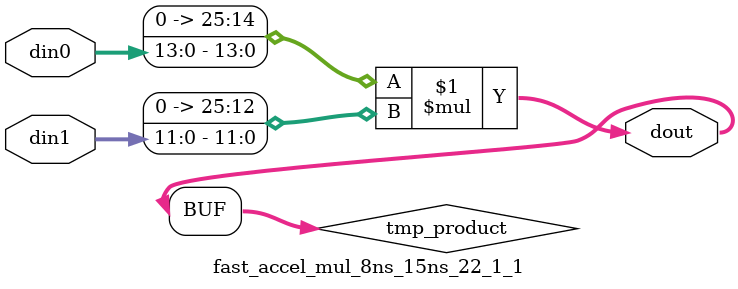
<source format=v>

`timescale 1 ns / 1 ps

  module fast_accel_mul_8ns_15ns_22_1_1(din0, din1, dout);
parameter ID = 1;
parameter NUM_STAGE = 0;
parameter din0_WIDTH = 14;
parameter din1_WIDTH = 12;
parameter dout_WIDTH = 26;

input [din0_WIDTH - 1 : 0] din0; 
input [din1_WIDTH - 1 : 0] din1; 
output [dout_WIDTH - 1 : 0] dout;

wire signed [dout_WIDTH - 1 : 0] tmp_product;










assign tmp_product = $signed({1'b0, din0}) * $signed({1'b0, din1});











assign dout = tmp_product;







endmodule

</source>
